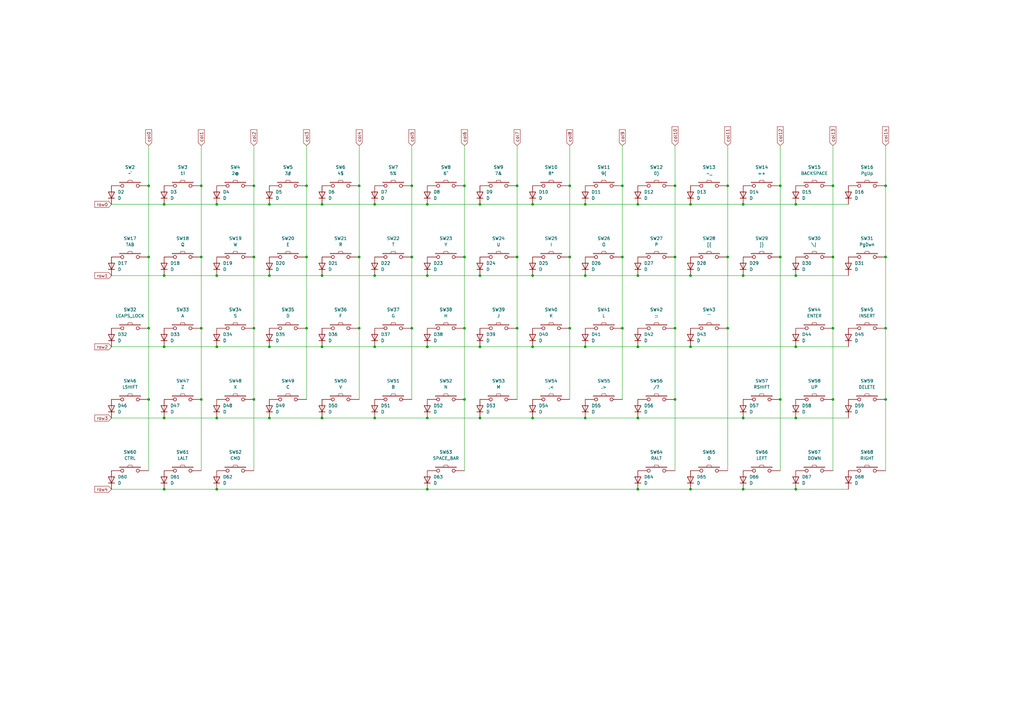
<source format=kicad_sch>
(kicad_sch (version 20250114) (generator "eeschema") (generator_version "9.0")
  (paper "A3")
  (lib_symbols
    (symbol "Device:D" (pin_numbers (hide yes)) (pin_names (offset 1.016) (hide yes))
      (property "Reference" "D" (at 0 2.54 0))
      (property "Value" "D" (at 0 -2.54 0))
      (symbol "D_1_1"
        (pin passive line (at -3.81 0 0) (length 2.54) (name "K") (number "1"))
        (pin passive line (at 3.81 0 180) (length 2.54) (name "A") (number "2"))
      )
    )
    (symbol "keyboard_parts:SW_PUSH" (pin_numbers (hide yes)) (pin_names (offset 1.016) (hide yes))
      (property "Reference" "SW" (at 3.81 2.794 0))
      (property "Value" "SW_PUSH" (at 0 -2.032 0))
      (symbol "SW_PUSH_0_1"
        (pin passive inverted (at -7.62 0 0) (length 5.08) (name "1") (number "1"))
        (pin passive inverted (at 7.62 0 180) (length 5.08) (name "2") (number "2"))
      )
    )
  )
  (junction (at 175.26 171.45))
  (junction (at 341.63 163.83))
  (junction (at 132.08 171.45))
  (junction (at 82.55 76.2))
  (junction (at 153.67 83.82))
  (junction (at 255.27 76.2))
  (junction (at 147.32 134.62))
  (junction (at 132.08 113.03))
  (junction (at 67.31 200.66))
  (junction (at 326.39 171.45))
  (junction (at 125.73 134.62))
  (junction (at 196.85 171.45))
  (junction (at 190.5 163.83))
  (junction (at 298.45 105.41))
  (junction (at 363.22 105.41))
  (junction (at 147.32 76.2))
  (junction (at 190.5 134.62))
  (junction (at 168.91 105.41))
  (junction (at 196.85 83.82))
  (junction (at 67.31 142.24))
  (junction (at 233.68 134.62))
  (junction (at 153.67 113.03))
  (junction (at 175.26 113.03))
  (junction (at 212.09 105.41))
  (junction (at 196.85 113.03))
  (junction (at 261.62 142.24))
  (junction (at 276.86 163.83))
  (junction (at 88.9 83.82))
  (junction (at 132.08 83.82))
  (junction (at 218.44 83.82))
  (junction (at 60.96 163.83))
  (junction (at 240.03 142.24))
  (junction (at 104.14 76.2))
  (junction (at 363.22 163.83))
  (junction (at 104.14 134.62))
  (junction (at 67.31 171.45))
  (junction (at 283.21 113.03))
  (junction (at 60.96 76.2))
  (junction (at 218.44 171.45))
  (junction (at 104.14 163.83))
  (junction (at 153.67 142.24))
  (junction (at 168.91 134.62))
  (junction (at 261.62 83.82))
  (junction (at 88.9 142.24))
  (junction (at 125.73 76.2))
  (junction (at 304.8 83.82))
  (junction (at 168.91 76.2))
  (junction (at 147.32 105.41))
  (junction (at 320.04 76.2))
  (junction (at 363.22 134.62))
  (junction (at 304.8 200.66))
  (junction (at 212.09 76.2))
  (junction (at 283.21 83.82))
  (junction (at 255.27 105.41))
  (junction (at 276.86 134.62))
  (junction (at 190.5 76.2))
  (junction (at 320.04 105.41))
  (junction (at 110.49 142.24))
  (junction (at 82.55 163.83))
  (junction (at 175.26 83.82))
  (junction (at 326.39 142.24))
  (junction (at 125.73 105.41))
  (junction (at 320.04 163.83))
  (junction (at 341.63 76.2))
  (junction (at 175.26 200.66))
  (junction (at 132.08 142.24))
  (junction (at 104.14 105.41))
  (junction (at 261.62 171.45))
  (junction (at 88.9 113.03))
  (junction (at 67.31 113.03))
  (junction (at 326.39 200.66))
  (junction (at 60.96 105.41))
  (junction (at 261.62 200.66))
  (junction (at 341.63 134.62))
  (junction (at 298.45 134.62))
  (junction (at 240.03 171.45))
  (junction (at 240.03 113.03))
  (junction (at 276.86 105.41))
  (junction (at 88.9 200.66))
  (junction (at 212.09 134.62))
  (junction (at 255.27 134.62))
  (junction (at 175.26 142.24))
  (junction (at 218.44 113.03))
  (junction (at 233.68 76.2))
  (junction (at 110.49 83.82))
  (junction (at 326.39 83.82))
  (junction (at 283.21 142.24))
  (junction (at 153.67 171.45))
  (junction (at 82.55 105.41))
  (junction (at 283.21 200.66))
  (junction (at 233.68 105.41))
  (junction (at 196.85 142.24))
  (junction (at 298.45 76.2))
  (junction (at 67.31 83.82))
  (junction (at 304.8 171.45))
  (junction (at 190.5 105.41))
  (junction (at 304.8 113.03))
  (junction (at 218.44 142.24))
  (junction (at 110.49 171.45))
  (junction (at 326.39 113.03))
  (junction (at 88.9 171.45))
  (junction (at 276.86 76.2))
  (junction (at 240.03 83.82))
  (junction (at 261.62 113.03))
  (junction (at 82.55 134.62))
  (junction (at 341.63 105.41))
  (junction (at 60.96 134.62))
  (junction (at 363.22 76.2))
  (junction (at 110.49 113.03))
  (wire (pts (xy 283.21 200.66) (xy 304.8 200.66)))
  (wire (pts (xy 261.62 200.66) (xy 283.21 200.66)))
  (wire (pts (xy 104.14 76.2) (xy 104.14 105.41)))
  (wire (pts (xy 261.62 83.82) (xy 283.21 83.82)))
  (wire (pts (xy 60.96 105.41) (xy 60.96 134.62)))
  (wire (pts (xy 320.04 163.83) (xy 320.04 193.04)))
  (wire (pts (xy 304.8 171.45) (xy 326.39 171.45)))
  (wire (pts (xy 190.5 76.2) (xy 190.5 105.41)))
  (wire (pts (xy 240.03 83.82) (xy 261.62 83.82)))
  (wire (pts (xy 125.73 134.62) (xy 125.73 163.83)))
  (wire (pts (xy 104.14 59.69) (xy 104.14 76.2)))
  (wire (pts (xy 304.8 200.66) (xy 326.39 200.66)))
  (wire (pts (xy 125.73 59.69) (xy 125.73 76.2)))
  (wire (pts (xy 255.27 59.69) (xy 255.27 76.2)))
  (wire (pts (xy 88.9 171.45) (xy 110.49 171.45)))
  (wire (pts (xy 298.45 105.41) (xy 298.45 134.62)))
  (wire (pts (xy 363.22 105.41) (xy 363.22 134.62)))
  (wire (pts (xy 190.5 134.62) (xy 190.5 163.83)))
  (wire (pts (xy 45.72 142.24) (xy 67.31 142.24)))
  (wire (pts (xy 67.31 83.82) (xy 88.9 83.82)))
  (wire (pts (xy 190.5 105.41) (xy 190.5 134.62)))
  (wire (pts (xy 104.14 134.62) (xy 104.14 163.83)))
  (wire (pts (xy 283.21 83.82) (xy 304.8 83.82)))
  (wire (pts (xy 125.73 76.2) (xy 125.73 105.41)))
  (wire (pts (xy 255.27 134.62) (xy 255.27 163.83)))
  (wire (pts (xy 67.31 113.03) (xy 88.9 113.03)))
  (wire (pts (xy 168.91 76.2) (xy 168.91 105.41)))
  (wire (pts (xy 326.39 113.03) (xy 347.98 113.03)))
  (wire (pts (xy 341.63 134.62) (xy 341.63 163.83)))
  (wire (pts (xy 320.04 59.69) (xy 320.04 76.2)))
  (wire (pts (xy 233.68 134.62) (xy 233.68 163.83)))
  (wire (pts (xy 304.8 83.82) (xy 326.39 83.82)))
  (wire (pts (xy 153.67 142.24) (xy 175.26 142.24)))
  (wire (pts (xy 212.09 134.62) (xy 212.09 163.83)))
  (wire (pts (xy 88.9 142.24) (xy 110.49 142.24)))
  (wire (pts (xy 363.22 59.69) (xy 363.22 76.2)))
  (wire (pts (xy 363.22 163.83) (xy 363.22 193.04)))
  (wire (pts (xy 196.85 83.82) (xy 218.44 83.82)))
  (wire (pts (xy 45.72 200.66) (xy 67.31 200.66)))
  (wire (pts (xy 276.86 163.83) (xy 276.86 193.04)))
  (wire (pts (xy 60.96 134.62) (xy 60.96 163.83)))
  (wire (pts (xy 326.39 142.24) (xy 347.98 142.24)))
  (wire (pts (xy 125.73 105.41) (xy 125.73 134.62)))
  (wire (pts (xy 218.44 142.24) (xy 240.03 142.24)))
  (wire (pts (xy 255.27 105.41) (xy 255.27 134.62)))
  (wire (pts (xy 45.72 113.03) (xy 67.31 113.03)))
  (wire (pts (xy 190.5 59.69) (xy 190.5 76.2)))
  (wire (pts (xy 218.44 171.45) (xy 240.03 171.45)))
  (wire (pts (xy 110.49 171.45) (xy 132.08 171.45)))
  (wire (pts (xy 147.32 134.62) (xy 147.32 163.83)))
  (wire (pts (xy 196.85 113.03) (xy 218.44 113.03)))
  (wire (pts (xy 320.04 76.2) (xy 320.04 105.41)))
  (wire (pts (xy 261.62 142.24) (xy 283.21 142.24)))
  (wire (pts (xy 175.26 171.45) (xy 196.85 171.45)))
  (wire (pts (xy 132.08 142.24) (xy 153.67 142.24)))
  (wire (pts (xy 283.21 142.24) (xy 326.39 142.24)))
  (wire (pts (xy 341.63 163.83) (xy 341.63 193.04)))
  (wire (pts (xy 341.63 76.2) (xy 341.63 105.41)))
  (wire (pts (xy 212.09 76.2) (xy 212.09 105.41)))
  (wire (pts (xy 45.72 171.45) (xy 67.31 171.45)))
  (wire (pts (xy 326.39 171.45) (xy 347.98 171.45)))
  (wire (pts (xy 298.45 76.2) (xy 298.45 105.41)))
  (wire (pts (xy 320.04 105.41) (xy 320.04 163.83)))
  (wire (pts (xy 88.9 200.66) (xy 175.26 200.66)))
  (wire (pts (xy 168.91 59.69) (xy 168.91 76.2)))
  (wire (pts (xy 276.86 59.69) (xy 276.86 76.2)))
  (wire (pts (xy 298.45 59.69) (xy 298.45 76.2)))
  (wire (pts (xy 67.31 142.24) (xy 88.9 142.24)))
  (wire (pts (xy 212.09 105.41) (xy 212.09 134.62)))
  (wire (pts (xy 233.68 59.69) (xy 233.68 76.2)))
  (wire (pts (xy 153.67 171.45) (xy 175.26 171.45)))
  (wire (pts (xy 240.03 142.24) (xy 261.62 142.24)))
  (wire (pts (xy 82.55 59.69) (xy 82.55 76.2)))
  (wire (pts (xy 82.55 134.62) (xy 82.55 163.83)))
  (wire (pts (xy 67.31 171.45) (xy 88.9 171.45)))
  (wire (pts (xy 168.91 134.62) (xy 168.91 163.83)))
  (wire (pts (xy 233.68 105.41) (xy 233.68 134.62)))
  (wire (pts (xy 82.55 163.83) (xy 82.55 193.04)))
  (wire (pts (xy 276.86 134.62) (xy 276.86 163.83)))
  (wire (pts (xy 88.9 113.03) (xy 110.49 113.03)))
  (wire (pts (xy 276.86 76.2) (xy 276.86 105.41)))
  (wire (pts (xy 104.14 163.83) (xy 104.14 193.04)))
  (wire (pts (xy 132.08 83.82) (xy 153.67 83.82)))
  (wire (pts (xy 261.62 113.03) (xy 283.21 113.03)))
  (wire (pts (xy 218.44 83.82) (xy 240.03 83.82)))
  (wire (pts (xy 218.44 113.03) (xy 240.03 113.03)))
  (wire (pts (xy 363.22 134.62) (xy 363.22 163.83)))
  (wire (pts (xy 298.45 134.62) (xy 298.45 193.04)))
  (wire (pts (xy 82.55 105.41) (xy 82.55 134.62)))
  (wire (pts (xy 45.72 83.82) (xy 67.31 83.82)))
  (wire (pts (xy 88.9 83.82) (xy 110.49 83.82)))
  (wire (pts (xy 304.8 113.03) (xy 326.39 113.03)))
  (wire (pts (xy 261.62 171.45) (xy 304.8 171.45)))
  (wire (pts (xy 60.96 76.2) (xy 60.96 105.41)))
  (wire (pts (xy 363.22 76.2) (xy 363.22 105.41)))
  (wire (pts (xy 168.91 105.41) (xy 168.91 134.62)))
  (wire (pts (xy 196.85 171.45) (xy 218.44 171.45)))
  (wire (pts (xy 212.09 59.69) (xy 212.09 76.2)))
  (wire (pts (xy 67.31 200.66) (xy 88.9 200.66)))
  (wire (pts (xy 240.03 171.45) (xy 261.62 171.45)))
  (wire (pts (xy 341.63 105.41) (xy 341.63 134.62)))
  (wire (pts (xy 110.49 83.82) (xy 132.08 83.82)))
  (wire (pts (xy 175.26 142.24) (xy 196.85 142.24)))
  (wire (pts (xy 283.21 113.03) (xy 304.8 113.03)))
  (wire (pts (xy 110.49 113.03) (xy 132.08 113.03)))
  (wire (pts (xy 190.5 163.83) (xy 190.5 193.04)))
  (wire (pts (xy 82.55 76.2) (xy 82.55 105.41)))
  (wire (pts (xy 240.03 113.03) (xy 261.62 113.03)))
  (wire (pts (xy 233.68 76.2) (xy 233.68 105.41)))
  (wire (pts (xy 132.08 113.03) (xy 153.67 113.03)))
  (wire (pts (xy 326.39 200.66) (xy 347.98 200.66)))
  (wire (pts (xy 326.39 83.82) (xy 347.98 83.82)))
  (wire (pts (xy 153.67 83.82) (xy 175.26 83.82)))
  (wire (pts (xy 147.32 76.2) (xy 147.32 105.41)))
  (wire (pts (xy 175.26 113.03) (xy 196.85 113.03)))
  (wire (pts (xy 60.96 59.69) (xy 60.96 76.2)))
  (wire (pts (xy 255.27 76.2) (xy 255.27 105.41)))
  (wire (pts (xy 175.26 83.82) (xy 196.85 83.82)))
  (wire (pts (xy 341.63 59.69) (xy 341.63 76.2)))
  (wire (pts (xy 153.67 113.03) (xy 175.26 113.03)))
  (wire (pts (xy 60.96 163.83) (xy 60.96 193.04)))
  (wire (pts (xy 276.86 105.41) (xy 276.86 134.62)))
  (wire (pts (xy 110.49 142.24) (xy 132.08 142.24)))
  (wire (pts (xy 104.14 105.41) (xy 104.14 134.62)))
  (wire (pts (xy 196.85 142.24) (xy 218.44 142.24)))
  (wire (pts (xy 147.32 59.69) (xy 147.32 76.2)))
  (wire (pts (xy 175.26 200.66) (xy 261.62 200.66)))
  (wire (pts (xy 132.08 171.45) (xy 153.67 171.45)))
  (wire (pts (xy 147.32 105.41) (xy 147.32 134.62)))
  (global_label "col10" (shape input) (at 276.86 59.69 90) (property "Intersheetrefs" "${INTERSHEET_REFS}" (effects (hide yes))))
  (global_label "row0" (shape input) (at 45.72 83.82 180) (property "Intersheetrefs" "${INTERSHEET_REFS}" (effects (hide yes))))
  (global_label "col3" (shape input) (at 125.73 59.69 90) (property "Intersheetrefs" "${INTERSHEET_REFS}" (effects (hide yes))))
  (global_label "col4" (shape input) (at 147.32 59.69 90) (property "Intersheetrefs" "${INTERSHEET_REFS}" (effects (hide yes))))
  (global_label "col6" (shape input) (at 190.5 59.69 90) (property "Intersheetrefs" "${INTERSHEET_REFS}" (effects (hide yes))))
  (global_label "row2" (shape input) (at 45.72 142.24 180) (property "Intersheetrefs" "${INTERSHEET_REFS}" (effects (hide yes))))
  (global_label "col11" (shape input) (at 298.45 59.69 90) (property "Intersheetrefs" "${INTERSHEET_REFS}" (effects (hide yes))))
  (global_label "col9" (shape input) (at 255.27 59.69 90) (property "Intersheetrefs" "${INTERSHEET_REFS}" (effects (hide yes))))
  (global_label "row4" (shape input) (at 45.72 200.66 180) (property "Intersheetrefs" "${INTERSHEET_REFS}" (effects (hide yes))))
  (global_label "row1" (shape input) (at 45.72 113.03 180) (property "Intersheetrefs" "${INTERSHEET_REFS}" (effects (hide yes))))
  (global_label "col14" (shape input) (at 363.22 59.69 90) (property "Intersheetrefs" "${INTERSHEET_REFS}" (effects (hide yes))))
  (global_label "row3" (shape input) (at 45.72 171.45 180) (property "Intersheetrefs" "${INTERSHEET_REFS}" (effects (hide yes))))
  (global_label "col0" (shape input) (at 60.96 59.69 90) (property "Intersheetrefs" "${INTERSHEET_REFS}" (effects (hide yes))))
  (global_label "col12" (shape input) (at 320.04 59.69 90) (property "Intersheetrefs" "${INTERSHEET_REFS}" (effects (hide yes))))
  (global_label "col13" (shape input) (at 341.63 59.69 90) (property "Intersheetrefs" "${INTERSHEET_REFS}" (effects (hide yes))))
  (global_label "col8" (shape input) (at 233.68 59.69 90) (property "Intersheetrefs" "${INTERSHEET_REFS}" (effects (hide yes))))
  (global_label "col5" (shape input) (at 168.91 59.69 90) (property "Intersheetrefs" "${INTERSHEET_REFS}" (effects (hide yes))))
  (global_label "col2" (shape input) (at 104.14 59.69 90) (property "Intersheetrefs" "${INTERSHEET_REFS}" (effects (hide yes))))
  (global_label "col1" (shape input) (at 82.55 59.69 90) (property "Intersheetrefs" "${INTERSHEET_REFS}" (effects (hide yes))))
  (global_label "col7" (shape input) (at 212.09 59.69 90) (property "Intersheetrefs" "${INTERSHEET_REFS}" (effects (hide yes))))
  (symbol (lib_id "keyboard_parts:SW_PUSH") (at 182.88 134.62 0) (unit 1)
    (property "Reference" "SW38" (at 182.88 127 0))
    (property "Value" "H" (at 182.88 129.54 0))
    (property "Footprint" "MX_Hotswap:MX-Hotswap-1U" (effects (hide yes)))
  )
  (symbol (lib_id "keyboard_parts:SW_PUSH") (at 182.88 193.04 0) (unit 1)
    (property "Reference" "SW63" (at 182.88 185.42 0))
    (property "Value" "SPACE_BAR" (at 182.88 187.96 0))
    (property "Footprint" "MX_Hotswap:MX-Hotswap-6.25U" (effects (hide yes)))
  )
  (symbol (lib_id "Device:D") (at 67.31 138.43 90) (unit 1)
    (property "Reference" "D33" (at 69.85 137.1599 90) (effects (justify right)))
    (property "Value" "D" (at 69.85 139.6999 90) (effects (justify right)))
    (property "Footprint" "Diode_SMD:D_SOD-123" (effects (hide yes)))
    (property "Description" "Diode" (effects (hide yes)))
    (property "Sim.Device" "D" (effects (hide yes)))
    (property "Sim.Pins" "1=K 2=A" (effects (hide yes)))
  )
  (symbol (lib_id "Device:D") (at 304.8 196.85 90) (unit 1)
    (property "Reference" "D66" (at 307.34 195.5799 90) (effects (justify right)))
    (property "Value" "D" (at 307.34 198.1199 90) (effects (justify right)))
    (property "Footprint" "Diode_SMD:D_SOD-123" (effects (hide yes)))
    (property "Description" "Diode" (effects (hide yes)))
    (property "Sim.Device" "D" (effects (hide yes)))
    (property "Sim.Pins" "1=K 2=A" (effects (hide yes)))
  )
  (symbol (lib_id "Device:D") (at 132.08 109.22 90) (unit 1)
    (property "Reference" "D21" (at 134.62 107.9499 90) (effects (justify right)))
    (property "Value" "D" (at 134.62 110.4899 90) (effects (justify right)))
    (property "Footprint" "Diode_SMD:D_SOD-123" (effects (hide yes)))
    (property "Description" "Diode" (effects (hide yes)))
    (property "Sim.Device" "D" (effects (hide yes)))
    (property "Sim.Pins" "1=K 2=A" (effects (hide yes)))
  )
  (symbol (lib_id "keyboard_parts:SW_PUSH") (at 312.42 163.83 0) (unit 1)
    (property "Reference" "SW57" (at 312.42 156.21 0))
    (property "Value" "RSHIFT" (at 312.42 158.75 0))
    (property "Footprint" "MX_Hotswap:MX-Hotswap-1.75U" (effects (hide yes)))
  )
  (symbol (lib_id "Device:D") (at 45.72 80.01 90) (unit 1)
    (property "Reference" "D2" (at 48.26 78.7399 90) (effects (justify right)))
    (property "Value" "D" (at 48.26 81.2799 90) (effects (justify right)))
    (property "Footprint" "Diode_SMD:D_SOD-123" (effects (hide yes)))
    (property "Description" "Diode" (effects (hide yes)))
    (property "Sim.Device" "D" (effects (hide yes)))
    (property "Sim.Pins" "1=K 2=A" (effects (hide yes)))
  )
  (symbol (lib_id "Device:D") (at 45.72 138.43 90) (unit 1)
    (property "Reference" "D32" (at 48.26 137.1599 90) (effects (justify right)))
    (property "Value" "D" (at 48.26 139.6999 90) (effects (justify right)))
    (property "Footprint" "Diode_SMD:D_SOD-123" (effects (hide yes)))
    (property "Description" "Diode" (effects (hide yes)))
    (property "Sim.Device" "D" (effects (hide yes)))
    (property "Sim.Pins" "1=K 2=A" (effects (hide yes)))
  )
  (symbol (lib_id "keyboard_parts:SW_PUSH") (at 334.01 105.41 0) (unit 1)
    (property "Reference" "SW30" (at 334.01 97.79 0))
    (property "Value" "\\|" (at 334.01 100.33 0))
    (property "Footprint" "MX_Hotswap:MX-Hotswap-1.5U" (effects (hide yes)))
  )
  (symbol (lib_id "Device:D") (at 132.08 167.64 90) (unit 1)
    (property "Reference" "D50" (at 134.62 166.3699 90) (effects (justify right)))
    (property "Value" "D" (at 134.62 168.9099 90) (effects (justify right)))
    (property "Footprint" "Diode_SMD:D_SOD-123" (effects (hide yes)))
    (property "Description" "Diode" (effects (hide yes)))
    (property "Sim.Device" "D" (effects (hide yes)))
    (property "Sim.Pins" "1=K 2=A" (effects (hide yes)))
  )
  (symbol (lib_id "Device:D") (at 175.26 109.22 90) (unit 1)
    (property "Reference" "D23" (at 177.8 107.9499 90) (effects (justify right)))
    (property "Value" "D" (at 177.8 110.4899 90) (effects (justify right)))
    (property "Footprint" "Diode_SMD:D_SOD-123" (effects (hide yes)))
    (property "Description" "Diode" (effects (hide yes)))
    (property "Sim.Device" "D" (effects (hide yes)))
    (property "Sim.Pins" "1=K 2=A" (effects (hide yes)))
  )
  (symbol (lib_id "Device:D") (at 283.21 196.85 90) (unit 1)
    (property "Reference" "D65" (at 285.75 195.5799 90) (effects (justify right)))
    (property "Value" "D" (at 285.75 198.1199 90) (effects (justify right)))
    (property "Footprint" "Diode_SMD:D_SOD-123" (effects (hide yes)))
    (property "Description" "Diode" (effects (hide yes)))
    (property "Sim.Device" "D" (effects (hide yes)))
    (property "Sim.Pins" "1=K 2=A" (effects (hide yes)))
  )
  (symbol (lib_id "keyboard_parts:SW_PUSH") (at 312.42 193.04 0) (unit 1)
    (property "Reference" "SW66" (at 312.42 185.42 0))
    (property "Value" "LEFT" (at 312.42 187.96 0))
    (property "Footprint" "MX_Hotswap:MX-Hotswap-1U" (effects (hide yes)))
  )
  (symbol (lib_id "keyboard_parts:SW_PUSH") (at 269.24 193.04 0) (unit 1)
    (property "Reference" "SW64" (at 269.24 185.42 0))
    (property "Value" "RALT" (at 269.24 187.96 0))
    (property "Footprint" "MX_Hotswap:MX-Hotswap-1.25U" (effects (hide yes)))
  )
  (symbol (lib_id "keyboard_parts:SW_PUSH") (at 334.01 76.2 0) (unit 1)
    (property "Reference" "SW15" (at 334.01 68.58 0))
    (property "Value" "BACKSPACE" (at 334.01 71.12 0))
    (property "Footprint" "MX_Hotswap:MX-Hotswap-2U" (effects (hide yes)))
  )
  (symbol (lib_id "Device:D") (at 283.21 109.22 90) (unit 1)
    (property "Reference" "D28" (at 285.75 107.9499 90) (effects (justify right)))
    (property "Value" "D" (at 285.75 110.4899 90) (effects (justify right)))
    (property "Footprint" "Diode_SMD:D_SOD-123" (effects (hide yes)))
    (property "Description" "Diode" (effects (hide yes)))
    (property "Sim.Device" "D" (effects (hide yes)))
    (property "Sim.Pins" "1=K 2=A" (effects (hide yes)))
  )
  (symbol (lib_id "keyboard_parts:SW_PUSH") (at 355.6 105.41 0) (unit 1)
    (property "Reference" "SW31" (at 355.6 97.79 0))
    (property "Value" "PgDwn" (at 355.6 100.33 0))
    (property "Footprint" "MX_Hotswap:MX-Hotswap-1U" (effects (hide yes)))
  )
  (symbol (lib_id "keyboard_parts:SW_PUSH") (at 204.47 105.41 0) (unit 1)
    (property "Reference" "SW24" (at 204.47 97.79 0))
    (property "Value" "U" (at 204.47 100.33 0))
    (property "Footprint" "MX_Hotswap:MX-Hotswap-1U" (effects (hide yes)))
  )
  (symbol (lib_id "keyboard_parts:SW_PUSH") (at 226.06 163.83 0) (unit 1)
    (property "Reference" "SW54" (at 226.06 156.21 0))
    (property "Value" ",<" (at 226.06 158.75 0))
    (property "Footprint" "MX_Hotswap:MX-Hotswap-1U" (effects (hide yes)))
  )
  (symbol (lib_id "Device:D") (at 132.08 80.01 90) (unit 1)
    (property "Reference" "D6" (at 134.62 78.7399 90) (effects (justify right)))
    (property "Value" "D" (at 134.62 81.2799 90) (effects (justify right)))
    (property "Footprint" "Diode_SMD:D_SOD-123" (effects (hide yes)))
    (property "Description" "Diode" (effects (hide yes)))
    (property "Sim.Device" "D" (effects (hide yes)))
    (property "Sim.Pins" "1=K 2=A" (effects (hide yes)))
  )
  (symbol (lib_id "Device:D") (at 132.08 138.43 90) (unit 1)
    (property "Reference" "D36" (at 134.62 137.1599 90) (effects (justify right)))
    (property "Value" "D" (at 134.62 139.6999 90) (effects (justify right)))
    (property "Footprint" "Diode_SMD:D_SOD-123" (effects (hide yes)))
    (property "Description" "Diode" (effects (hide yes)))
    (property "Sim.Device" "D" (effects (hide yes)))
    (property "Sim.Pins" "1=K 2=A" (effects (hide yes)))
  )
  (symbol (lib_id "Device:D") (at 304.8 167.64 90) (unit 1)
    (property "Reference" "D57" (at 307.34 166.3699 90) (effects (justify right)))
    (property "Value" "D" (at 307.34 168.9099 90) (effects (justify right)))
    (property "Footprint" "Diode_SMD:D_SOD-123" (effects (hide yes)))
    (property "Description" "Diode" (effects (hide yes)))
    (property "Sim.Device" "D" (effects (hide yes)))
    (property "Sim.Pins" "1=K 2=A" (effects (hide yes)))
  )
  (symbol (lib_id "keyboard_parts:SW_PUSH") (at 355.6 134.62 0) (unit 1)
    (property "Reference" "SW45" (at 355.6 127 0))
    (property "Value" "INSERT" (at 355.6 129.54 0))
    (property "Footprint" "MX_Hotswap:MX-Hotswap-1U" (effects (hide yes)))
  )
  (symbol (lib_id "keyboard_parts:SW_PUSH") (at 226.06 134.62 0) (unit 1)
    (property "Reference" "SW40" (at 226.06 127 0))
    (property "Value" "K" (at 226.06 129.54 0))
    (property "Footprint" "MX_Hotswap:MX-Hotswap-1U" (effects (hide yes)))
  )
  (symbol (lib_id "Device:D") (at 326.39 80.01 90) (unit 1)
    (property "Reference" "D15" (at 328.93 78.7399 90) (effects (justify right)))
    (property "Value" "D" (at 328.93 81.2799 90) (effects (justify right)))
    (property "Footprint" "Diode_SMD:D_SOD-123" (effects (hide yes)))
    (property "Description" "Diode" (effects (hide yes)))
    (property "Sim.Device" "D" (effects (hide yes)))
    (property "Sim.Pins" "1=K 2=A" (effects (hide yes)))
  )
  (symbol (lib_id "keyboard_parts:SW_PUSH") (at 290.83 105.41 0) (unit 1)
    (property "Reference" "SW28" (at 290.83 97.79 0))
    (property "Value" "[{" (at 290.83 100.33 0))
    (property "Footprint" "MX_Hotswap:MX-Hotswap-1U" (effects (hide yes)))
  )
  (symbol (lib_id "Device:D") (at 218.44 80.01 90) (unit 1)
    (property "Reference" "D10" (at 220.98 78.7399 90) (effects (justify right)))
    (property "Value" "D" (at 220.98 81.2799 90) (effects (justify right)))
    (property "Footprint" "Diode_SMD:D_SOD-123" (effects (hide yes)))
    (property "Description" "Diode" (effects (hide yes)))
    (property "Sim.Device" "D" (effects (hide yes)))
    (property "Sim.Pins" "1=K 2=A" (effects (hide yes)))
  )
  (symbol (lib_id "Device:D") (at 261.62 80.01 90) (unit 1)
    (property "Reference" "D12" (at 264.16 78.7399 90) (effects (justify right)))
    (property "Value" "D" (at 264.16 81.2799 90) (effects (justify right)))
    (property "Footprint" "Diode_SMD:D_SOD-123" (effects (hide yes)))
    (property "Description" "Diode" (effects (hide yes)))
    (property "Sim.Device" "D" (effects (hide yes)))
    (property "Sim.Pins" "1=K 2=A" (effects (hide yes)))
  )
  (symbol (lib_id "keyboard_parts:SW_PUSH") (at 53.34 76.2 0) (unit 1)
    (property "Reference" "SW2" (at 53.34 68.58 0))
    (property "Value" "~`" (at 53.34 71.12 0))
    (property "Footprint" "MX_Hotswap:MX-Hotswap-1U" (effects (hide yes)))
  )
  (symbol (lib_id "keyboard_parts:SW_PUSH") (at 182.88 105.41 0) (unit 1)
    (property "Reference" "SW23" (at 182.88 97.79 0))
    (property "Value" "Y" (at 182.88 100.33 0))
    (property "Footprint" "MX_Hotswap:MX-Hotswap-1U" (effects (hide yes)))
  )
  (symbol (lib_id "keyboard_parts:SW_PUSH") (at 247.65 76.2 0) (unit 1)
    (property "Reference" "SW11" (at 247.65 68.58 0))
    (property "Value" "9(" (at 247.65 71.12 0))
    (property "Footprint" "MX_Hotswap:MX-Hotswap-1U" (effects (hide yes)))
  )
  (symbol (lib_id "keyboard_parts:SW_PUSH") (at 74.93 193.04 0) (unit 1)
    (property "Reference" "SW61" (at 74.93 185.42 0))
    (property "Value" "LALT" (at 74.93 187.96 0))
    (property "Footprint" "MX_Hotswap:MX-Hotswap-1.25U" (effects (hide yes)))
  )
  (symbol (lib_id "keyboard_parts:SW_PUSH") (at 355.6 163.83 0) (unit 1)
    (property "Reference" "SW59" (at 355.6 156.21 0))
    (property "Value" "DELETE" (at 355.6 158.75 0))
    (property "Footprint" "MX_Hotswap:MX-Hotswap-1U" (effects (hide yes)))
  )
  (symbol (lib_id "Device:D") (at 240.03 138.43 90) (unit 1)
    (property "Reference" "D41" (at 242.57 137.1599 90) (effects (justify right)))
    (property "Value" "D" (at 242.57 139.6999 90) (effects (justify right)))
    (property "Footprint" "Diode_SMD:D_SOD-123" (effects (hide yes)))
    (property "Description" "Diode" (effects (hide yes)))
    (property "Sim.Device" "D" (effects (hide yes)))
    (property "Sim.Pins" "1=K 2=A" (effects (hide yes)))
  )
  (symbol (lib_id "keyboard_parts:SW_PUSH") (at 247.65 134.62 0) (unit 1)
    (property "Reference" "SW41" (at 247.65 127 0))
    (property "Value" "L" (at 247.65 129.54 0))
    (property "Footprint" "MX_Hotswap:MX-Hotswap-1U" (effects (hide yes)))
  )
  (symbol (lib_id "keyboard_parts:SW_PUSH") (at 161.29 134.62 0) (unit 1)
    (property "Reference" "SW37" (at 161.29 127 0))
    (property "Value" "G" (at 161.29 129.54 0))
    (property "Footprint" "MX_Hotswap:MX-Hotswap-1U" (effects (hide yes)))
  )
  (symbol (lib_id "keyboard_parts:SW_PUSH") (at 226.06 76.2 0) (unit 1)
    (property "Reference" "SW10" (at 226.06 68.58 0))
    (property "Value" "8*" (at 226.06 71.12 0))
    (property "Footprint" "MX_Hotswap:MX-Hotswap-1U" (effects (hide yes)))
  )
  (symbol (lib_id "keyboard_parts:SW_PUSH") (at 118.11 134.62 0) (unit 1)
    (property "Reference" "SW35" (at 118.11 127 0))
    (property "Value" "D" (at 118.11 129.54 0))
    (property "Footprint" "MX_Hotswap:MX-Hotswap-1U" (effects (hide yes)))
  )
  (symbol (lib_id "keyboard_parts:SW_PUSH") (at 118.11 163.83 0) (unit 1)
    (property "Reference" "SW49" (at 118.11 156.21 0))
    (property "Value" "C" (at 118.11 158.75 0))
    (property "Footprint" "MX_Hotswap:MX-Hotswap-1U" (effects (hide yes)))
  )
  (symbol (lib_id "Device:D") (at 67.31 109.22 90) (unit 1)
    (property "Reference" "D18" (at 69.85 107.9499 90) (effects (justify right)))
    (property "Value" "D" (at 69.85 110.4899 90) (effects (justify right)))
    (property "Footprint" "Diode_SMD:D_SOD-123" (effects (hide yes)))
    (property "Description" "Diode" (effects (hide yes)))
    (property "Sim.Device" "D" (effects (hide yes)))
    (property "Sim.Pins" "1=K 2=A" (effects (hide yes)))
  )
  (symbol (lib_id "keyboard_parts:SW_PUSH") (at 312.42 76.2 0) (unit 1)
    (property "Reference" "SW14" (at 312.42 68.58 0))
    (property "Value" "=+" (at 312.42 71.12 0))
    (property "Footprint" "MX_Hotswap:MX-Hotswap-1U" (effects (hide yes)))
  )
  (symbol (lib_id "keyboard_parts:SW_PUSH") (at 247.65 163.83 0) (unit 1)
    (property "Reference" "SW55" (at 247.65 156.21 0))
    (property "Value" ".>" (at 247.65 158.75 0))
    (property "Footprint" "MX_Hotswap:MX-Hotswap-1U" (effects (hide yes)))
  )
  (symbol (lib_id "Device:D") (at 283.21 80.01 90) (unit 1)
    (property "Reference" "D13" (at 285.75 78.7399 90) (effects (justify right)))
    (property "Value" "D" (at 285.75 81.2799 90) (effects (justify right)))
    (property "Footprint" "Diode_SMD:D_SOD-123" (effects (hide yes)))
    (property "Description" "Diode" (effects (hide yes)))
    (property "Sim.Device" "D" (effects (hide yes)))
    (property "Sim.Pins" "1=K 2=A" (effects (hide yes)))
  )
  (symbol (lib_id "keyboard_parts:SW_PUSH") (at 334.01 163.83 0) (unit 1)
    (property "Reference" "SW58" (at 334.01 156.21 0))
    (property "Value" "UP" (at 334.01 158.75 0))
    (property "Footprint" "MX_Hotswap:MX-Hotswap-1U" (effects (hide yes)))
  )
  (symbol (lib_id "keyboard_parts:SW_PUSH") (at 269.24 105.41 0) (unit 1)
    (property "Reference" "SW27" (at 269.24 97.79 0))
    (property "Value" "P" (at 269.24 100.33 0))
    (property "Footprint" "MX_Hotswap:MX-Hotswap-1U" (effects (hide yes)))
  )
  (symbol (lib_id "Device:D") (at 196.85 80.01 90) (unit 1)
    (property "Reference" "D9" (at 199.39 78.7399 90) (effects (justify right)))
    (property "Value" "D" (at 199.39 81.2799 90) (effects (justify right)))
    (property "Footprint" "Diode_SMD:D_SOD-123" (effects (hide yes)))
    (property "Description" "Diode" (effects (hide yes)))
    (property "Sim.Device" "D" (effects (hide yes)))
    (property "Sim.Pins" "1=K 2=A" (effects (hide yes)))
  )
  (symbol (lib_id "keyboard_parts:SW_PUSH") (at 53.34 134.62 0) (unit 1)
    (property "Reference" "SW32" (at 53.34 127 0))
    (property "Value" "LCAPS_LOCK" (at 53.34 129.54 0))
    (property "Footprint" "MX_Hotswap:MX-Hotswap-1.75U" (effects (hide yes)))
  )
  (symbol (lib_id "Device:D") (at 196.85 109.22 90) (unit 1)
    (property "Reference" "D24" (at 199.39 107.9499 90) (effects (justify right)))
    (property "Value" "D" (at 199.39 110.4899 90) (effects (justify right)))
    (property "Footprint" "Diode_SMD:D_SOD-123" (effects (hide yes)))
    (property "Description" "Diode" (effects (hide yes)))
    (property "Sim.Device" "D" (effects (hide yes)))
    (property "Sim.Pins" "1=K 2=A" (effects (hide yes)))
  )
  (symbol (lib_id "keyboard_parts:SW_PUSH") (at 53.34 163.83 0) (unit 1)
    (property "Reference" "SW46" (at 53.34 156.21 0))
    (property "Value" "LSHIFT" (at 53.34 158.75 0))
    (property "Footprint" "MX_Hotswap:MX-Hotswap-2.25U" (effects (hide yes)))
  )
  (symbol (lib_id "keyboard_parts:SW_PUSH") (at 118.11 105.41 0) (unit 1)
    (property "Reference" "SW20" (at 118.11 97.79 0))
    (property "Value" "E" (at 118.11 100.33 0))
    (property "Footprint" "MX_Hotswap:MX-Hotswap-1U" (effects (hide yes)))
  )
  (symbol (lib_id "Device:D") (at 175.26 80.01 90) (unit 1)
    (property "Reference" "D8" (at 177.8 78.7399 90) (effects (justify right)))
    (property "Value" "D" (at 177.8 81.2799 90) (effects (justify right)))
    (property "Footprint" "Diode_SMD:D_SOD-123" (effects (hide yes)))
    (property "Description" "Diode" (effects (hide yes)))
    (property "Sim.Device" "D" (effects (hide yes)))
    (property "Sim.Pins" "1=K 2=A" (effects (hide yes)))
  )
  (symbol (lib_id "keyboard_parts:SW_PUSH") (at 290.83 134.62 0) (unit 1)
    (property "Reference" "SW43" (at 290.83 127 0))
    (property "Value" "\"'" (at 290.83 129.54 0))
    (property "Footprint" "MX_Hotswap:MX-Hotswap-1U" (effects (hide yes)))
  )
  (symbol (lib_id "Device:D") (at 261.62 167.64 90) (unit 1)
    (property "Reference" "D56" (at 264.16 166.3699 90) (effects (justify right)))
    (property "Value" "D" (at 264.16 168.9099 90) (effects (justify right)))
    (property "Footprint" "Diode_SMD:D_SOD-123" (effects (hide yes)))
    (property "Description" "Diode" (effects (hide yes)))
    (property "Sim.Device" "D" (effects (hide yes)))
    (property "Sim.Pins" "1=K 2=A" (effects (hide yes)))
  )
  (symbol (lib_id "Device:D") (at 110.49 138.43 90) (unit 1)
    (property "Reference" "D35" (at 113.03 137.1599 90) (effects (justify right)))
    (property "Value" "D" (at 113.03 139.6999 90) (effects (justify right)))
    (property "Footprint" "Diode_SMD:D_SOD-123" (effects (hide yes)))
    (property "Description" "Diode" (effects (hide yes)))
    (property "Sim.Device" "D" (effects (hide yes)))
    (property "Sim.Pins" "1=K 2=A" (effects (hide yes)))
  )
  (symbol (lib_id "keyboard_parts:SW_PUSH") (at 204.47 163.83 0) (unit 1)
    (property "Reference" "SW53" (at 204.47 156.21 0))
    (property "Value" "M" (at 204.47 158.75 0))
    (property "Footprint" "MX_Hotswap:MX-Hotswap-1U" (effects (hide yes)))
  )
  (symbol (lib_id "Device:D") (at 261.62 109.22 90) (unit 1)
    (property "Reference" "D27" (at 264.16 107.9499 90) (effects (justify right)))
    (property "Value" "D" (at 264.16 110.4899 90) (effects (justify right)))
    (property "Footprint" "Diode_SMD:D_SOD-123" (effects (hide yes)))
    (property "Description" "Diode" (effects (hide yes)))
    (property "Sim.Device" "D" (effects (hide yes)))
    (property "Sim.Pins" "1=K 2=A" (effects (hide yes)))
  )
  (symbol (lib_id "Device:D") (at 110.49 80.01 90) (unit 1)
    (property "Reference" "D5" (at 113.03 78.7399 90) (effects (justify right)))
    (property "Value" "D" (at 113.03 81.2799 90) (effects (justify right)))
    (property "Footprint" "Diode_SMD:D_SOD-123" (effects (hide yes)))
    (property "Description" "Diode" (effects (hide yes)))
    (property "Sim.Device" "D" (effects (hide yes)))
    (property "Sim.Pins" "1=K 2=A" (effects (hide yes)))
  )
  (symbol (lib_id "keyboard_parts:SW_PUSH") (at 96.52 76.2 0) (unit 1)
    (property "Reference" "SW4" (at 96.52 68.58 0))
    (property "Value" "2@" (at 96.52 71.12 0))
    (property "Footprint" "MX_Hotswap:MX-Hotswap-1U" (effects (hide yes)))
  )
  (symbol (lib_id "Device:D") (at 175.26 138.43 90) (unit 1)
    (property "Reference" "D38" (at 177.8 137.1599 90) (effects (justify right)))
    (property "Value" "D" (at 177.8 139.6999 90) (effects (justify right)))
    (property "Footprint" "Diode_SMD:D_SOD-123" (effects (hide yes)))
    (property "Description" "Diode" (effects (hide yes)))
    (property "Sim.Device" "D" (effects (hide yes)))
    (property "Sim.Pins" "1=K 2=A" (effects (hide yes)))
  )
  (symbol (lib_id "Device:D") (at 347.98 109.22 90) (unit 1)
    (property "Reference" "D31" (at 350.52 107.9499 90) (effects (justify right)))
    (property "Value" "D" (at 350.52 110.4899 90) (effects (justify right)))
    (property "Footprint" "Diode_SMD:D_SOD-123" (effects (hide yes)))
    (property "Description" "Diode" (effects (hide yes)))
    (property "Sim.Device" "D" (effects (hide yes)))
    (property "Sim.Pins" "1=K 2=A" (effects (hide yes)))
  )
  (symbol (lib_id "Device:D") (at 347.98 138.43 90) (unit 1)
    (property "Reference" "D45" (at 350.52 137.1599 90) (effects (justify right)))
    (property "Value" "D" (at 350.52 139.6999 90) (effects (justify right)))
    (property "Footprint" "Diode_SMD:D_SOD-123" (effects (hide yes)))
    (property "Description" "Diode" (effects (hide yes)))
    (property "Sim.Device" "D" (effects (hide yes)))
    (property "Sim.Pins" "1=K 2=A" (effects (hide yes)))
  )
  (symbol (lib_id "Device:D") (at 196.85 138.43 90) (unit 1)
    (property "Reference" "D39" (at 199.39 137.1599 90) (effects (justify right)))
    (property "Value" "D" (at 199.39 139.6999 90) (effects (justify right)))
    (property "Footprint" "Diode_SMD:D_SOD-123" (effects (hide yes)))
    (property "Description" "Diode" (effects (hide yes)))
    (property "Sim.Device" "D" (effects (hide yes)))
    (property "Sim.Pins" "1=K 2=A" (effects (hide yes)))
  )
  (symbol (lib_id "keyboard_parts:SW_PUSH") (at 96.52 105.41 0) (unit 1)
    (property "Reference" "SW19" (at 96.52 97.79 0))
    (property "Value" "W" (at 96.52 100.33 0))
    (property "Footprint" "MX_Hotswap:MX-Hotswap-1U" (effects (hide yes)))
  )
  (symbol (lib_id "Device:D") (at 88.9 80.01 90) (unit 1)
    (property "Reference" "D4" (at 91.44 78.7399 90) (effects (justify right)))
    (property "Value" "D" (at 91.44 81.2799 90) (effects (justify right)))
    (property "Footprint" "Diode_SMD:D_SOD-123" (effects (hide yes)))
    (property "Description" "Diode" (effects (hide yes)))
    (property "Sim.Device" "D" (effects (hide yes)))
    (property "Sim.Pins" "1=K 2=A" (effects (hide yes)))
  )
  (symbol (lib_id "keyboard_parts:SW_PUSH") (at 269.24 76.2 0) (unit 1)
    (property "Reference" "SW12" (at 269.24 68.58 0))
    (property "Value" "0)" (at 269.24 71.12 0))
    (property "Footprint" "MX_Hotswap:MX-Hotswap-1U" (effects (hide yes)))
  )
  (symbol (lib_id "Device:D") (at 283.21 138.43 90) (unit 1)
    (property "Reference" "D43" (at 285.75 137.1599 90) (effects (justify right)))
    (property "Value" "D" (at 285.75 139.6999 90) (effects (justify right)))
    (property "Footprint" "Diode_SMD:D_SOD-123" (effects (hide yes)))
    (property "Description" "Diode" (effects (hide yes)))
    (property "Sim.Device" "D" (effects (hide yes)))
    (property "Sim.Pins" "1=K 2=A" (effects (hide yes)))
  )
  (symbol (lib_id "Device:D") (at 240.03 80.01 90) (unit 1)
    (property "Reference" "D11" (at 242.57 78.7399 90) (effects (justify right)))
    (property "Value" "D" (at 242.57 81.2799 90) (effects (justify right)))
    (property "Footprint" "Diode_SMD:D_SOD-123" (effects (hide yes)))
    (property "Description" "Diode" (effects (hide yes)))
    (property "Sim.Device" "D" (effects (hide yes)))
    (property "Sim.Pins" "1=K 2=A" (effects (hide yes)))
  )
  (symbol (lib_id "Device:D") (at 45.72 167.64 90) (unit 1)
    (property "Reference" "D46" (at 48.26 166.3699 90) (effects (justify right)))
    (property "Value" "D" (at 48.26 168.9099 90) (effects (justify right)))
    (property "Footprint" "Diode_SMD:D_SOD-123" (effects (hide yes)))
    (property "Description" "Diode" (effects (hide yes)))
    (property "Sim.Device" "D" (effects (hide yes)))
    (property "Sim.Pins" "1=K 2=A" (effects (hide yes)))
  )
  (symbol (lib_id "Device:D") (at 347.98 196.85 90) (unit 1)
    (property "Reference" "D68" (at 350.52 195.5799 90) (effects (justify right)))
    (property "Value" "D" (at 350.52 198.1199 90) (effects (justify right)))
    (property "Footprint" "Diode_SMD:D_SOD-123" (effects (hide yes)))
    (property "Description" "Diode" (effects (hide yes)))
    (property "Sim.Device" "D" (effects (hide yes)))
    (property "Sim.Pins" "1=K 2=A" (effects (hide yes)))
  )
  (symbol (lib_id "keyboard_parts:SW_PUSH") (at 53.34 105.41 0) (unit 1)
    (property "Reference" "SW17" (at 53.34 97.79 0))
    (property "Value" "TAB" (at 53.34 100.33 0))
    (property "Footprint" "MX_Hotswap:MX-Hotswap-1.5U" (effects (hide yes)))
  )
  (symbol (lib_id "keyboard_parts:SW_PUSH") (at 182.88 163.83 0) (unit 1)
    (property "Reference" "SW52" (at 182.88 156.21 0))
    (property "Value" "N" (at 182.88 158.75 0))
    (property "Footprint" "MX_Hotswap:MX-Hotswap-1U" (effects (hide yes)))
  )
  (symbol (lib_id "Device:D") (at 88.9 167.64 90) (unit 1)
    (property "Reference" "D48" (at 91.44 166.3699 90) (effects (justify right)))
    (property "Value" "D" (at 91.44 168.9099 90) (effects (justify right)))
    (property "Footprint" "Diode_SMD:D_SOD-123" (effects (hide yes)))
    (property "Description" "Diode" (effects (hide yes)))
    (property "Sim.Device" "D" (effects (hide yes)))
    (property "Sim.Pins" "1=K 2=A" (effects (hide yes)))
  )
  (symbol (lib_id "Device:D") (at 347.98 80.01 90) (unit 1)
    (property "Reference" "D16" (at 350.52 78.7399 90) (effects (justify right)))
    (property "Value" "D" (at 350.52 81.2799 90) (effects (justify right)))
    (property "Footprint" "Diode_SMD:D_SOD-123" (effects (hide yes)))
    (property "Description" "Diode" (effects (hide yes)))
    (property "Sim.Device" "D" (effects (hide yes)))
    (property "Sim.Pins" "1=K 2=A" (effects (hide yes)))
  )
  (symbol (lib_id "Device:D") (at 153.67 167.64 90) (unit 1)
    (property "Reference" "D51" (at 156.21 166.3699 90) (effects (justify right)))
    (property "Value" "D" (at 156.21 168.9099 90) (effects (justify right)))
    (property "Footprint" "Diode_SMD:D_SOD-123" (effects (hide yes)))
    (property "Description" "Diode" (effects (hide yes)))
    (property "Sim.Device" "D" (effects (hide yes)))
    (property "Sim.Pins" "1=K 2=A" (effects (hide yes)))
  )
  (symbol (lib_id "keyboard_parts:SW_PUSH") (at 139.7 105.41 0) (unit 1)
    (property "Reference" "SW21" (at 139.7 97.79 0))
    (property "Value" "R" (at 139.7 100.33 0))
    (property "Footprint" "MX_Hotswap:MX-Hotswap-1U" (effects (hide yes)))
  )
  (symbol (lib_id "keyboard_parts:SW_PUSH") (at 96.52 163.83 0) (unit 1)
    (property "Reference" "SW48" (at 96.52 156.21 0))
    (property "Value" "X" (at 96.52 158.75 0))
    (property "Footprint" "MX_Hotswap:MX-Hotswap-1U" (effects (hide yes)))
  )
  (symbol (lib_id "Device:D") (at 67.31 80.01 90) (unit 1)
    (property "Reference" "D3" (at 69.85 78.7399 90) (effects (justify right)))
    (property "Value" "D" (at 69.85 81.2799 90) (effects (justify right)))
    (property "Footprint" "Diode_SMD:D_SOD-123" (effects (hide yes)))
    (property "Description" "Diode" (effects (hide yes)))
    (property "Sim.Device" "D" (effects (hide yes)))
    (property "Sim.Pins" "1=K 2=A" (effects (hide yes)))
  )
  (symbol (lib_id "keyboard_parts:SW_PUSH") (at 312.42 105.41 0) (unit 1)
    (property "Reference" "SW29" (at 312.42 97.79 0))
    (property "Value" "]}" (at 312.42 100.33 0))
    (property "Footprint" "MX_Hotswap:MX-Hotswap-1U" (effects (hide yes)))
  )
  (symbol (lib_id "keyboard_parts:SW_PUSH") (at 355.6 193.04 0) (unit 1)
    (property "Reference" "SW68" (at 355.6 185.42 0))
    (property "Value" "RIGHT" (at 355.6 187.96 0))
    (property "Footprint" "MX_Hotswap:MX-Hotswap-1U" (effects (hide yes)))
  )
  (symbol (lib_id "Device:D") (at 175.26 167.64 90) (unit 1)
    (property "Reference" "D52" (at 177.8 166.3699 90) (effects (justify right)))
    (property "Value" "D" (at 177.8 168.9099 90) (effects (justify right)))
    (property "Footprint" "Diode_SMD:D_SOD-123" (effects (hide yes)))
    (property "Description" "Diode" (effects (hide yes)))
    (property "Sim.Device" "D" (effects (hide yes)))
    (property "Sim.Pins" "1=K 2=A" (effects (hide yes)))
  )
  (symbol (lib_id "keyboard_parts:SW_PUSH") (at 161.29 105.41 0) (unit 1)
    (property "Reference" "SW22" (at 161.29 97.79 0))
    (property "Value" "T" (at 161.29 100.33 0))
    (property "Footprint" "MX_Hotswap:MX-Hotswap-1U" (effects (hide yes)))
  )
  (symbol (lib_id "keyboard_parts:SW_PUSH") (at 139.7 76.2 0) (unit 1)
    (property "Reference" "SW6" (at 139.7 68.58 0))
    (property "Value" "4$" (at 139.7 71.12 0))
    (property "Footprint" "MX_Hotswap:MX-Hotswap-1U" (effects (hide yes)))
  )
  (symbol (lib_id "Device:D") (at 240.03 167.64 90) (unit 1)
    (property "Reference" "D55" (at 242.57 166.3699 90) (effects (justify right)))
    (property "Value" "D" (at 242.57 168.9099 90) (effects (justify right)))
    (property "Footprint" "Diode_SMD:D_SOD-123" (effects (hide yes)))
    (property "Description" "Diode" (effects (hide yes)))
    (property "Sim.Device" "D" (effects (hide yes)))
    (property "Sim.Pins" "1=K 2=A" (effects (hide yes)))
  )
  (symbol (lib_id "keyboard_parts:SW_PUSH") (at 161.29 76.2 0) (unit 1)
    (property "Reference" "SW7" (at 161.29 68.58 0))
    (property "Value" "5%" (at 161.29 71.12 0))
    (property "Footprint" "MX_Hotswap:MX-Hotswap-1U" (effects (hide yes)))
  )
  (symbol (lib_id "keyboard_parts:SW_PUSH") (at 118.11 76.2 0) (unit 1)
    (property "Reference" "SW5" (at 118.11 68.58 0))
    (property "Value" "3#" (at 118.11 71.12 0))
    (property "Footprint" "MX_Hotswap:MX-Hotswap-1U" (effects (hide yes)))
  )
  (symbol (lib_id "keyboard_parts:SW_PUSH") (at 161.29 163.83 0) (unit 1)
    (property "Reference" "SW51" (at 161.29 156.21 0))
    (property "Value" "B" (at 161.29 158.75 0))
    (property "Footprint" "MX_Hotswap:MX-Hotswap-1U" (effects (hide yes)))
  )
  (symbol (lib_id "Device:D") (at 153.67 138.43 90) (unit 1)
    (property "Reference" "D37" (at 156.21 137.1599 90) (effects (justify right)))
    (property "Value" "D" (at 156.21 139.6999 90) (effects (justify right)))
    (property "Footprint" "Diode_SMD:D_SOD-123" (effects (hide yes)))
    (property "Description" "Diode" (effects (hide yes)))
    (property "Sim.Device" "D" (effects (hide yes)))
    (property "Sim.Pins" "1=K 2=A" (effects (hide yes)))
  )
  (symbol (lib_id "keyboard_parts:SW_PUSH") (at 74.93 163.83 0) (unit 1)
    (property "Reference" "SW47" (at 74.93 156.21 0))
    (property "Value" "Z" (at 74.93 158.75 0))
    (property "Footprint" "MX_Hotswap:MX-Hotswap-1U" (effects (hide yes)))
  )
  (symbol (lib_id "Device:D") (at 110.49 167.64 90) (unit 1)
    (property "Reference" "D49" (at 113.03 166.3699 90) (effects (justify right)))
    (property "Value" "D" (at 113.03 168.9099 90) (effects (justify right)))
    (property "Footprint" "Diode_SMD:D_SOD-123" (effects (hide yes)))
    (property "Description" "Diode" (effects (hide yes)))
    (property "Sim.Device" "D" (effects (hide yes)))
    (property "Sim.Pins" "1=K 2=A" (effects (hide yes)))
  )
  (symbol (lib_id "Device:D") (at 218.44 167.64 90) (unit 1)
    (property "Reference" "D54" (at 220.98 166.3699 90) (effects (justify right)))
    (property "Value" "D" (at 220.98 168.9099 90) (effects (justify right)))
    (property "Footprint" "Diode_SMD:D_SOD-123" (effects (hide yes)))
    (property "Description" "Diode" (effects (hide yes)))
    (property "Sim.Device" "D" (effects (hide yes)))
    (property "Sim.Pins" "1=K 2=A" (effects (hide yes)))
  )
  (symbol (lib_id "Device:D") (at 218.44 109.22 90) (unit 1)
    (property "Reference" "D25" (at 220.98 107.9499 90) (effects (justify right)))
    (property "Value" "D" (at 220.98 110.4899 90) (effects (justify right)))
    (property "Footprint" "Diode_SMD:D_SOD-123" (effects (hide yes)))
    (property "Description" "Diode" (effects (hide yes)))
    (property "Sim.Device" "D" (effects (hide yes)))
    (property "Sim.Pins" "1=K 2=A" (effects (hide yes)))
  )
  (symbol (lib_id "Device:D") (at 326.39 167.64 90) (unit 1)
    (property "Reference" "D58" (at 328.93 166.3699 90) (effects (justify right)))
    (property "Value" "D" (at 328.93 168.9099 90) (effects (justify right)))
    (property "Footprint" "Diode_SMD:D_SOD-123" (effects (hide yes)))
    (property "Description" "Diode" (effects (hide yes)))
    (property "Sim.Device" "D" (effects (hide yes)))
    (property "Sim.Pins" "1=K 2=A" (effects (hide yes)))
  )
  (symbol (lib_id "keyboard_parts:SW_PUSH") (at 96.52 134.62 0) (unit 1)
    (property "Reference" "SW34" (at 96.52 127 0))
    (property "Value" "S" (at 96.52 129.54 0))
    (property "Footprint" "MX_Hotswap:MX-Hotswap-1U" (effects (hide yes)))
  )
  (symbol (lib_id "Device:D") (at 326.39 196.85 90) (unit 1)
    (property "Reference" "D67" (at 328.93 195.5799 90) (effects (justify right)))
    (property "Value" "D" (at 328.93 198.1199 90) (effects (justify right)))
    (property "Footprint" "Diode_SMD:D_SOD-123" (effects (hide yes)))
    (property "Description" "Diode" (effects (hide yes)))
    (property "Sim.Device" "D" (effects (hide yes)))
    (property "Sim.Pins" "1=K 2=A" (effects (hide yes)))
  )
  (symbol (lib_id "Device:D") (at 326.39 109.22 90) (unit 1)
    (property "Reference" "D30" (at 328.93 107.9499 90) (effects (justify right)))
    (property "Value" "D" (at 328.93 110.4899 90) (effects (justify right)))
    (property "Footprint" "Diode_SMD:D_SOD-123" (effects (hide yes)))
    (property "Description" "Diode" (effects (hide yes)))
    (property "Sim.Device" "D" (effects (hide yes)))
    (property "Sim.Pins" "1=K 2=A" (effects (hide yes)))
  )
  (symbol (lib_id "Device:D") (at 347.98 167.64 90) (unit 1)
    (property "Reference" "D59" (at 350.52 166.3699 90) (effects (justify right)))
    (property "Value" "D" (at 350.52 168.9099 90) (effects (justify right)))
    (property "Footprint" "Diode_SMD:D_SOD-123" (effects (hide yes)))
    (property "Description" "Diode" (effects (hide yes)))
    (property "Sim.Device" "D" (effects (hide yes)))
    (property "Sim.Pins" "1=K 2=A" (effects (hide yes)))
  )
  (symbol (lib_id "keyboard_parts:SW_PUSH") (at 96.52 193.04 0) (unit 1)
    (property "Reference" "SW62" (at 96.52 185.42 0))
    (property "Value" "CMD" (at 96.52 187.96 0))
    (property "Footprint" "MX_Hotswap:MX-Hotswap-1.5U" (effects (hide yes)))
  )
  (symbol (lib_id "keyboard_parts:SW_PUSH") (at 269.24 163.83 0) (unit 1)
    (property "Reference" "SW56" (at 269.24 156.21 0))
    (property "Value" "/?" (at 269.24 158.75 0))
    (property "Footprint" "MX_Hotswap:MX-Hotswap-1U" (effects (hide yes)))
  )
  (symbol (lib_id "keyboard_parts:SW_PUSH") (at 204.47 134.62 0) (unit 1)
    (property "Reference" "SW39" (at 204.47 127 0))
    (property "Value" "J" (at 204.47 129.54 0))
    (property "Footprint" "MX_Hotswap:MX-Hotswap-1U" (effects (hide yes)))
  )
  (symbol (lib_id "Device:D") (at 88.9 196.85 90) (unit 1)
    (property "Reference" "D62" (at 91.44 195.5799 90) (effects (justify right)))
    (property "Value" "D" (at 91.44 198.1199 90) (effects (justify right)))
    (property "Footprint" "Diode_SMD:D_SOD-123" (effects (hide yes)))
    (property "Description" "Diode" (effects (hide yes)))
    (property "Sim.Device" "D" (effects (hide yes)))
    (property "Sim.Pins" "1=K 2=A" (effects (hide yes)))
  )
  (symbol (lib_id "Device:D") (at 67.31 196.85 90) (unit 1)
    (property "Reference" "D61" (at 69.85 195.5799 90) (effects (justify right)))
    (property "Value" "D" (at 69.85 198.1199 90) (effects (justify right)))
    (property "Footprint" "Diode_SMD:D_SOD-123" (effects (hide yes)))
    (property "Description" "Diode" (effects (hide yes)))
    (property "Sim.Device" "D" (effects (hide yes)))
    (property "Sim.Pins" "1=K 2=A" (effects (hide yes)))
  )
  (symbol (lib_id "Device:D") (at 196.85 167.64 90) (unit 1)
    (property "Reference" "D53" (at 199.39 166.3699 90) (effects (justify right)))
    (property "Value" "D" (at 199.39 168.9099 90) (effects (justify right)))
    (property "Footprint" "Diode_SMD:D_SOD-123" (effects (hide yes)))
    (property "Description" "Diode" (effects (hide yes)))
    (property "Sim.Device" "D" (effects (hide yes)))
    (property "Sim.Pins" "1=K 2=A" (effects (hide yes)))
  )
  (symbol (lib_id "keyboard_parts:SW_PUSH") (at 139.7 163.83 0) (unit 1)
    (property "Reference" "SW50" (at 139.7 156.21 0))
    (property "Value" "V" (at 139.7 158.75 0))
    (property "Footprint" "MX_Hotswap:MX-Hotswap-1U" (effects (hide yes)))
  )
  (symbol (lib_id "Device:D") (at 45.72 196.85 90) (unit 1)
    (property "Reference" "D60" (at 48.26 195.5799 90) (effects (justify right)))
    (property "Value" "D" (at 48.26 198.1199 90) (effects (justify right)))
    (property "Footprint" "Diode_SMD:D_SOD-123" (effects (hide yes)))
    (property "Description" "Diode" (effects (hide yes)))
    (property "Sim.Device" "D" (effects (hide yes)))
    (property "Sim.Pins" "1=K 2=A" (effects (hide yes)))
  )
  (symbol (lib_id "keyboard_parts:SW_PUSH") (at 226.06 105.41 0) (unit 1)
    (property "Reference" "SW25" (at 226.06 97.79 0))
    (property "Value" "I" (at 226.06 100.33 0))
    (property "Footprint" "MX_Hotswap:MX-Hotswap-1U" (effects (hide yes)))
  )
  (symbol (lib_id "keyboard_parts:SW_PUSH") (at 355.6 76.2 0) (unit 1)
    (property "Reference" "SW16" (at 355.6 68.58 0))
    (property "Value" "PgUp" (at 355.6 71.12 0))
    (property "Footprint" "MX_Hotswap:MX-Hotswap-1U" (effects (hide yes)))
  )
  (symbol (lib_id "keyboard_parts:SW_PUSH") (at 139.7 134.62 0) (unit 1)
    (property "Reference" "SW36" (at 139.7 127 0))
    (property "Value" "F" (at 139.7 129.54 0))
    (property "Footprint" "MX_Hotswap:MX-Hotswap-1U" (effects (hide yes)))
  )
  (symbol (lib_id "keyboard_parts:SW_PUSH") (at 247.65 105.41 0) (unit 1)
    (property "Reference" "SW26" (at 247.65 97.79 0))
    (property "Value" "O" (at 247.65 100.33 0))
    (property "Footprint" "MX_Hotswap:MX-Hotswap-1U" (effects (hide yes)))
  )
  (symbol (lib_id "Device:D") (at 153.67 109.22 90) (unit 1)
    (property "Reference" "D22" (at 156.21 107.9499 90) (effects (justify right)))
    (property "Value" "D" (at 156.21 110.4899 90) (effects (justify right)))
    (property "Footprint" "Diode_SMD:D_SOD-123" (effects (hide yes)))
    (property "Description" "Diode" (effects (hide yes)))
    (property "Sim.Device" "D" (effects (hide yes)))
    (property "Sim.Pins" "1=K 2=A" (effects (hide yes)))
  )
  (symbol (lib_id "Device:D") (at 261.62 138.43 90) (unit 1)
    (property "Reference" "D42" (at 264.16 137.1599 90) (effects (justify right)))
    (property "Value" "D" (at 264.16 139.6999 90) (effects (justify right)))
    (property "Footprint" "Diode_SMD:D_SOD-123" (effects (hide yes)))
    (property "Description" "Diode" (effects (hide yes)))
    (property "Sim.Device" "D" (effects (hide yes)))
    (property "Sim.Pins" "1=K 2=A" (effects (hide yes)))
  )
  (symbol (lib_id "keyboard_parts:SW_PUSH") (at 334.01 134.62 0) (unit 1)
    (property "Reference" "SW44" (at 334.01 127 0))
    (property "Value" "ENTER" (at 334.01 129.54 0))
    (property "Footprint" "MX_Hotswap:MX-Hotswap-2.25U" (effects (hide yes)))
  )
  (symbol (lib_id "keyboard_parts:SW_PUSH") (at 53.34 193.04 0) (unit 1)
    (property "Reference" "SW60" (at 53.34 185.42 0))
    (property "Value" "CTRL" (at 53.34 187.96 0))
    (property "Footprint" "MX_Hotswap:MX-Hotswap-1.5U" (effects (hide yes)))
  )
  (symbol (lib_id "Device:D") (at 88.9 138.43 90) (unit 1)
    (property "Reference" "D34" (at 91.44 137.1599 90) (effects (justify right)))
    (property "Value" "D" (at 91.44 139.6999 90) (effects (justify right)))
    (property "Footprint" "Diode_SMD:D_SOD-123" (effects (hide yes)))
    (property "Description" "Diode" (effects (hide yes)))
    (property "Sim.Device" "D" (effects (hide yes)))
    (property "Sim.Pins" "1=K 2=A" (effects (hide yes)))
  )
  (symbol (lib_id "keyboard_parts:SW_PUSH") (at 290.83 76.2 0) (unit 1)
    (property "Reference" "SW13" (at 290.83 68.58 0))
    (property "Value" "-_" (at 290.83 71.12 0))
    (property "Footprint" "MX_Hotswap:MX-Hotswap-1U" (effects (hide yes)))
  )
  (symbol (lib_id "Device:D") (at 304.8 80.01 90) (unit 1)
    (property "Reference" "D14" (at 307.34 78.7399 90) (effects (justify right)))
    (property "Value" "D" (at 307.34 81.2799 90) (effects (justify right)))
    (property "Footprint" "Diode_SMD:D_SOD-123" (effects (hide yes)))
    (property "Description" "Diode" (effects (hide yes)))
    (property "Sim.Device" "D" (effects (hide yes)))
    (property "Sim.Pins" "1=K 2=A" (effects (hide yes)))
  )
  (symbol (lib_id "keyboard_parts:SW_PUSH") (at 269.24 134.62 0) (unit 1)
    (property "Reference" "SW42" (at 269.24 127 0))
    (property "Value" ";:" (at 269.24 129.54 0))
    (property "Footprint" "MX_Hotswap:MX-Hotswap-1U" (effects (hide yes)))
  )
  (symbol (lib_id "Device:D") (at 261.62 196.85 90) (unit 1)
    (property "Reference" "D64" (at 264.16 195.5799 90) (effects (justify right)))
    (property "Value" "D" (at 264.16 198.1199 90) (effects (justify right)))
    (property "Footprint" "Diode_SMD:D_SOD-123" (effects (hide yes)))
    (property "Description" "Diode" (effects (hide yes)))
    (property "Sim.Device" "D" (effects (hide yes)))
    (property "Sim.Pins" "1=K 2=A" (effects (hide yes)))
  )
  (symbol (lib_id "Device:D") (at 153.67 80.01 90) (unit 1)
    (property "Reference" "D7" (at 156.21 78.7399 90) (effects (justify right)))
    (property "Value" "D" (at 156.21 81.2799 90) (effects (justify right)))
    (property "Footprint" "Diode_SMD:D_SOD-123" (effects (hide yes)))
    (property "Description" "Diode" (effects (hide yes)))
    (property "Sim.Device" "D" (effects (hide yes)))
    (property "Sim.Pins" "1=K 2=A" (effects (hide yes)))
  )
  (symbol (lib_id "Device:D") (at 110.49 109.22 90) (unit 1)
    (property "Reference" "D20" (at 113.03 107.9499 90) (effects (justify right)))
    (property "Value" "D" (at 113.03 110.4899 90) (effects (justify right)))
    (property "Footprint" "Diode_SMD:D_SOD-123" (effects (hide yes)))
    (property "Description" "Diode" (effects (hide yes)))
    (property "Sim.Device" "D" (effects (hide yes)))
    (property "Sim.Pins" "1=K 2=A" (effects (hide yes)))
  )
  (symbol (lib_id "keyboard_parts:SW_PUSH") (at 204.47 76.2 0) (unit 1)
    (property "Reference" "SW9" (at 204.47 68.58 0))
    (property "Value" "7&" (at 204.47 71.12 0))
    (property "Footprint" "MX_Hotswap:MX-Hotswap-1U" (effects (hide yes)))
  )
  (symbol (lib_id "Device:D") (at 218.44 138.43 90) (unit 1)
    (property "Reference" "D40" (at 220.98 137.1599 90) (effects (justify right)))
    (property "Value" "D" (at 220.98 139.6999 90) (effects (justify right)))
    (property "Footprint" "Diode_SMD:D_SOD-123" (effects (hide yes)))
    (property "Description" "Diode" (effects (hide yes)))
    (property "Sim.Device" "D" (effects (hide yes)))
    (property "Sim.Pins" "1=K 2=A" (effects (hide yes)))
  )
  (symbol (lib_id "keyboard_parts:SW_PUSH") (at 182.88 76.2 0) (unit 1)
    (property "Reference" "SW8" (at 182.88 68.58 0))
    (property "Value" "6^" (at 182.88 71.12 0))
    (property "Footprint" "MX_Hotswap:MX-Hotswap-1U" (effects (hide yes)))
  )
  (symbol (lib_id "keyboard_parts:SW_PUSH") (at 334.01 193.04 0) (unit 1)
    (property "Reference" "SW67" (at 334.01 185.42 0))
    (property "Value" "DOWN" (at 334.01 187.96 0))
    (property "Footprint" "MX_Hotswap:MX-Hotswap-1U" (effects (hide yes)))
  )
  (symbol (lib_id "keyboard_parts:SW_PUSH") (at 74.93 134.62 0) (unit 1)
    (property "Reference" "SW33" (at 74.93 127 0))
    (property "Value" "A" (at 74.93 129.54 0))
    (property "Footprint" "MX_Hotswap:MX-Hotswap-1U" (effects (hide yes)))
  )
  (symbol (lib_id "Device:D") (at 326.39 138.43 90) (unit 1)
    (property "Reference" "D44" (at 328.93 137.1599 90) (effects (justify right)))
    (property "Value" "D" (at 328.93 139.6999 90) (effects (justify right)))
    (property "Footprint" "Diode_SMD:D_SOD-123" (effects (hide yes)))
    (property "Description" "Diode" (effects (hide yes)))
    (property "Sim.Device" "D" (effects (hide yes)))
    (property "Sim.Pins" "1=K 2=A" (effects (hide yes)))
  )
  (symbol (lib_id "Device:D") (at 304.8 109.22 90) (unit 1)
    (property "Reference" "D29" (at 307.34 107.9499 90) (effects (justify right)))
    (property "Value" "D" (at 307.34 110.4899 90) (effects (justify right)))
    (property "Footprint" "Diode_SMD:D_SOD-123" (effects (hide yes)))
    (property "Description" "Diode" (effects (hide yes)))
    (property "Sim.Device" "D" (effects (hide yes)))
    (property "Sim.Pins" "1=K 2=A" (effects (hide yes)))
  )
  (symbol (lib_id "Device:D") (at 67.31 167.64 90) (unit 1)
    (property "Reference" "D47" (at 69.85 166.3699 90) (effects (justify right)))
    (property "Value" "D" (at 69.85 168.9099 90) (effects (justify right)))
    (property "Footprint" "Diode_SMD:D_SOD-123" (effects (hide yes)))
    (property "Description" "Diode" (effects (hide yes)))
    (property "Sim.Device" "D" (effects (hide yes)))
    (property "Sim.Pins" "1=K 2=A" (effects (hide yes)))
  )
  (symbol (lib_id "keyboard_parts:SW_PUSH") (at 290.83 193.04 0) (unit 1)
    (property "Reference" "SW65" (at 290.83 185.42 0))
    (property "Value" "0" (at 290.83 187.96 0))
    (property "Footprint" "MX_Hotswap:MX-Hotswap-1.25U" (effects (hide yes)))
  )
  (symbol (lib_id "Device:D") (at 88.9 109.22 90) (unit 1)
    (property "Reference" "D19" (at 91.44 107.9499 90) (effects (justify right)))
    (property "Value" "D" (at 91.44 110.4899 90) (effects (justify right)))
    (property "Footprint" "Diode_SMD:D_SOD-123" (effects (hide yes)))
    (property "Description" "Diode" (effects (hide yes)))
    (property "Sim.Device" "D" (effects (hide yes)))
    (property "Sim.Pins" "1=K 2=A" (effects (hide yes)))
  )
  (symbol (lib_id "Device:D") (at 240.03 109.22 90) (unit 1)
    (property "Reference" "D26" (at 242.57 107.9499 90) (effects (justify right)))
    (property "Value" "D" (at 242.57 110.4899 90) (effects (justify right)))
    (property "Footprint" "Diode_SMD:D_SOD-123" (effects (hide yes)))
    (property "Description" "Diode" (effects (hide yes)))
    (property "Sim.Device" "D" (effects (hide yes)))
    (property "Sim.Pins" "1=K 2=A" (effects (hide yes)))
  )
  (symbol (lib_id "keyboard_parts:SW_PUSH") (at 74.93 105.41 0) (unit 1)
    (property "Reference" "SW18" (at 74.93 97.79 0))
    (property "Value" "Q" (at 74.93 100.33 0))
    (property "Footprint" "MX_Hotswap:MX-Hotswap-1U" (effects (hide yes)))
  )
  (symbol (lib_id "Device:D") (at 45.72 109.22 90) (unit 1)
    (property "Reference" "D17" (at 48.26 107.9499 90) (effects (justify right)))
    (property "Value" "D" (at 48.26 110.4899 90) (effects (justify right)))
    (property "Footprint" "Diode_SMD:D_SOD-123" (effects (hide yes)))
    (property "Description" "Diode" (effects (hide yes)))
    (property "Sim.Device" "D" (effects (hide yes)))
    (property "Sim.Pins" "1=K 2=A" (effects (hide yes)))
  )
  (symbol (lib_id "keyboard_parts:SW_PUSH") (at 74.93 76.2 0) (unit 1)
    (property "Reference" "SW3" (at 74.93 68.58 0))
    (property "Value" "1!" (at 74.93 71.12 0))
    (property "Footprint" "MX_Hotswap:MX-Hotswap-1U" (effects (hide yes)))
  )
  (symbol (lib_id "Device:D") (at 175.26 196.85 90) (unit 1)
    (property "Reference" "D63" (at 177.8 195.5799 90) (effects (justify right)))
    (property "Value" "D" (at 177.8 198.1199 90) (effects (justify right)))
    (property "Footprint" "Diode_SMD:D_SOD-123" (effects (hide yes)))
    (property "Description" "Diode" (effects (hide yes)))
    (property "Sim.Device" "D" (effects (hide yes)))
    (property "Sim.Pins" "1=K 2=A" (effects (hide yes)))
  )
)
</source>
